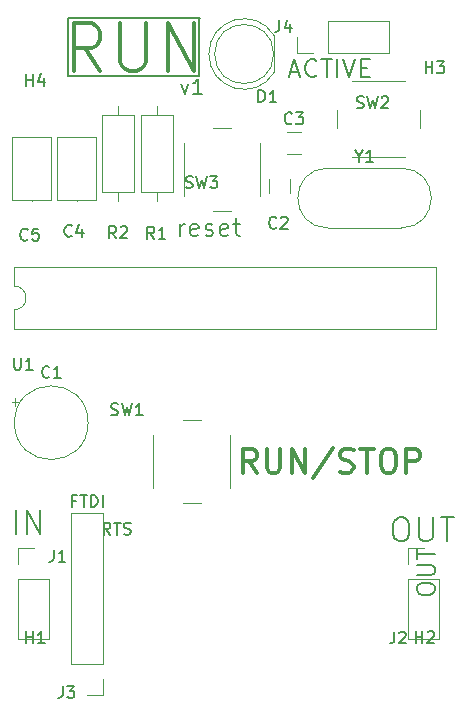
<source format=gto>
G04 #@! TF.GenerationSoftware,KiCad,Pcbnew,5.0.0-fee4fd1~66~ubuntu14.04.1*
G04 #@! TF.CreationDate,2018-10-15T15:44:16-07:00*
G04 #@! TF.ProjectId,run,72756E2E6B696361645F706362000000,rev?*
G04 #@! TF.SameCoordinates,Original*
G04 #@! TF.FileFunction,Legend,Top*
G04 #@! TF.FilePolarity,Positive*
%FSLAX46Y46*%
G04 Gerber Fmt 4.6, Leading zero omitted, Abs format (unit mm)*
G04 Created by KiCad (PCBNEW 5.0.0-fee4fd1~66~ubuntu14.04.1) date Mon Oct 15 15:44:16 2018*
%MOMM*%
%LPD*%
G01*
G04 APERTURE LIST*
%ADD10C,0.300000*%
%ADD11C,0.200000*%
%ADD12C,0.150000*%
%ADD13C,0.120000*%
G04 APERTURE END LIST*
D10*
X145149085Y-104054161D02*
X144482419Y-103101780D01*
X144006228Y-104054161D02*
X144006228Y-102054161D01*
X144768133Y-102054161D01*
X144958609Y-102149400D01*
X145053847Y-102244638D01*
X145149085Y-102435114D01*
X145149085Y-102720828D01*
X145053847Y-102911304D01*
X144958609Y-103006542D01*
X144768133Y-103101780D01*
X144006228Y-103101780D01*
X146006228Y-102054161D02*
X146006228Y-103673209D01*
X146101466Y-103863685D01*
X146196704Y-103958923D01*
X146387180Y-104054161D01*
X146768133Y-104054161D01*
X146958609Y-103958923D01*
X147053847Y-103863685D01*
X147149085Y-103673209D01*
X147149085Y-102054161D01*
X148101466Y-104054161D02*
X148101466Y-102054161D01*
X149244323Y-104054161D01*
X149244323Y-102054161D01*
X151625276Y-101958923D02*
X149910990Y-104530352D01*
X152196704Y-103958923D02*
X152482419Y-104054161D01*
X152958609Y-104054161D01*
X153149085Y-103958923D01*
X153244323Y-103863685D01*
X153339561Y-103673209D01*
X153339561Y-103482733D01*
X153244323Y-103292257D01*
X153149085Y-103197019D01*
X152958609Y-103101780D01*
X152577657Y-103006542D01*
X152387180Y-102911304D01*
X152291942Y-102816066D01*
X152196704Y-102625590D01*
X152196704Y-102435114D01*
X152291942Y-102244638D01*
X152387180Y-102149400D01*
X152577657Y-102054161D01*
X153053847Y-102054161D01*
X153339561Y-102149400D01*
X153910990Y-102054161D02*
X155053847Y-102054161D01*
X154482419Y-104054161D02*
X154482419Y-102054161D01*
X156101466Y-102054161D02*
X156482419Y-102054161D01*
X156672895Y-102149400D01*
X156863371Y-102339876D01*
X156958609Y-102720828D01*
X156958609Y-103387495D01*
X156863371Y-103768447D01*
X156672895Y-103958923D01*
X156482419Y-104054161D01*
X156101466Y-104054161D01*
X155910990Y-103958923D01*
X155720514Y-103768447D01*
X155625276Y-103387495D01*
X155625276Y-102720828D01*
X155720514Y-102339876D01*
X155910990Y-102149400D01*
X156101466Y-102054161D01*
X157815752Y-104054161D02*
X157815752Y-102054161D01*
X158577657Y-102054161D01*
X158768133Y-102149400D01*
X158863371Y-102244638D01*
X158958609Y-102435114D01*
X158958609Y-102720828D01*
X158863371Y-102911304D01*
X158768133Y-103006542D01*
X158577657Y-103101780D01*
X157815752Y-103101780D01*
D11*
X157181800Y-107845361D02*
X157562752Y-107845361D01*
X157753228Y-107940600D01*
X157943704Y-108131076D01*
X158038942Y-108512028D01*
X158038942Y-109178695D01*
X157943704Y-109559647D01*
X157753228Y-109750123D01*
X157562752Y-109845361D01*
X157181800Y-109845361D01*
X156991323Y-109750123D01*
X156800847Y-109559647D01*
X156705609Y-109178695D01*
X156705609Y-108512028D01*
X156800847Y-108131076D01*
X156991323Y-107940600D01*
X157181800Y-107845361D01*
X158896085Y-107845361D02*
X158896085Y-109464409D01*
X158991323Y-109654885D01*
X159086561Y-109750123D01*
X159277038Y-109845361D01*
X159657990Y-109845361D01*
X159848466Y-109750123D01*
X159943704Y-109654885D01*
X160038942Y-109464409D01*
X160038942Y-107845361D01*
X160705609Y-107845361D02*
X161848466Y-107845361D01*
X161277038Y-109845361D02*
X161277038Y-107845361D01*
D12*
X138720628Y-71146228D02*
X139030152Y-72012895D01*
X139339676Y-71146228D01*
X140515866Y-72012895D02*
X139773009Y-72012895D01*
X140144438Y-72012895D02*
X140144438Y-70712895D01*
X140020628Y-70898609D01*
X139896819Y-71022419D01*
X139773009Y-71084323D01*
X158690571Y-114022000D02*
X158690571Y-113736285D01*
X158762000Y-113593428D01*
X158904857Y-113450571D01*
X159190571Y-113379142D01*
X159690571Y-113379142D01*
X159976285Y-113450571D01*
X160119142Y-113593428D01*
X160190571Y-113736285D01*
X160190571Y-114022000D01*
X160119142Y-114164857D01*
X159976285Y-114307714D01*
X159690571Y-114379142D01*
X159190571Y-114379142D01*
X158904857Y-114307714D01*
X158762000Y-114164857D01*
X158690571Y-114022000D01*
X158690571Y-112736285D02*
X159904857Y-112736285D01*
X160047714Y-112664857D01*
X160119142Y-112593428D01*
X160190571Y-112450571D01*
X160190571Y-112164857D01*
X160119142Y-112022000D01*
X160047714Y-111950571D01*
X159904857Y-111879142D01*
X158690571Y-111879142D01*
X158690571Y-111379142D02*
X158690571Y-110522000D01*
X160190571Y-110950571D02*
X158690571Y-110950571D01*
X132751580Y-109291380D02*
X132418247Y-108815190D01*
X132180152Y-109291380D02*
X132180152Y-108291380D01*
X132561104Y-108291380D01*
X132656342Y-108339000D01*
X132703961Y-108386619D01*
X132751580Y-108481857D01*
X132751580Y-108624714D01*
X132703961Y-108719952D01*
X132656342Y-108767571D01*
X132561104Y-108815190D01*
X132180152Y-108815190D01*
X133037295Y-108291380D02*
X133608723Y-108291380D01*
X133323009Y-109291380D02*
X133323009Y-108291380D01*
X133894438Y-109243761D02*
X134037295Y-109291380D01*
X134275390Y-109291380D01*
X134370628Y-109243761D01*
X134418247Y-109196142D01*
X134465866Y-109100904D01*
X134465866Y-109005666D01*
X134418247Y-108910428D01*
X134370628Y-108862809D01*
X134275390Y-108815190D01*
X134084914Y-108767571D01*
X133989676Y-108719952D01*
X133942057Y-108672333D01*
X133894438Y-108577095D01*
X133894438Y-108481857D01*
X133942057Y-108386619D01*
X133989676Y-108339000D01*
X134084914Y-108291380D01*
X134323009Y-108291380D01*
X134465866Y-108339000D01*
D11*
X124733180Y-109235761D02*
X124733180Y-107235761D01*
X125685561Y-109235761D02*
X125685561Y-107235761D01*
X126828419Y-109235761D01*
X126828419Y-107235761D01*
D12*
X147976057Y-70125400D02*
X148690342Y-70125400D01*
X147833200Y-70553971D02*
X148333200Y-69053971D01*
X148833200Y-70553971D01*
X150190342Y-70411114D02*
X150118914Y-70482542D01*
X149904628Y-70553971D01*
X149761771Y-70553971D01*
X149547485Y-70482542D01*
X149404628Y-70339685D01*
X149333200Y-70196828D01*
X149261771Y-69911114D01*
X149261771Y-69696828D01*
X149333200Y-69411114D01*
X149404628Y-69268257D01*
X149547485Y-69125400D01*
X149761771Y-69053971D01*
X149904628Y-69053971D01*
X150118914Y-69125400D01*
X150190342Y-69196828D01*
X150618914Y-69053971D02*
X151476057Y-69053971D01*
X151047485Y-70553971D02*
X151047485Y-69053971D01*
X151976057Y-70553971D02*
X151976057Y-69053971D01*
X152476057Y-69053971D02*
X152976057Y-70553971D01*
X153476057Y-69053971D01*
X153976057Y-69768257D02*
X154476057Y-69768257D01*
X154690342Y-70553971D02*
X153976057Y-70553971D01*
X153976057Y-69053971D01*
X154690342Y-69053971D01*
X138668428Y-84015971D02*
X138668428Y-83015971D01*
X138668428Y-83301685D02*
X138739857Y-83158828D01*
X138811285Y-83087400D01*
X138954142Y-83015971D01*
X139097000Y-83015971D01*
X140168428Y-83944542D02*
X140025571Y-84015971D01*
X139739857Y-84015971D01*
X139597000Y-83944542D01*
X139525571Y-83801685D01*
X139525571Y-83230257D01*
X139597000Y-83087400D01*
X139739857Y-83015971D01*
X140025571Y-83015971D01*
X140168428Y-83087400D01*
X140239857Y-83230257D01*
X140239857Y-83373114D01*
X139525571Y-83515971D01*
X140811285Y-83944542D02*
X140954142Y-84015971D01*
X141239857Y-84015971D01*
X141382714Y-83944542D01*
X141454142Y-83801685D01*
X141454142Y-83730257D01*
X141382714Y-83587400D01*
X141239857Y-83515971D01*
X141025571Y-83515971D01*
X140882714Y-83444542D01*
X140811285Y-83301685D01*
X140811285Y-83230257D01*
X140882714Y-83087400D01*
X141025571Y-83015971D01*
X141239857Y-83015971D01*
X141382714Y-83087400D01*
X142668428Y-83944542D02*
X142525571Y-84015971D01*
X142239857Y-84015971D01*
X142097000Y-83944542D01*
X142025571Y-83801685D01*
X142025571Y-83230257D01*
X142097000Y-83087400D01*
X142239857Y-83015971D01*
X142525571Y-83015971D01*
X142668428Y-83087400D01*
X142739857Y-83230257D01*
X142739857Y-83373114D01*
X142025571Y-83515971D01*
X143168428Y-83015971D02*
X143739857Y-83015971D01*
X143382714Y-82515971D02*
X143382714Y-83801685D01*
X143454142Y-83944542D01*
X143597000Y-84015971D01*
X143739857Y-84015971D01*
D11*
X129184400Y-70485000D02*
X129184400Y-65557400D01*
X140258800Y-70485000D02*
X129184400Y-70485000D01*
X140284200Y-65532000D02*
X140284200Y-70459600D01*
X129184400Y-65557400D02*
X140309600Y-65557400D01*
D10*
X131905333Y-70008523D02*
X130622000Y-68103761D01*
X129705333Y-70008523D02*
X129705333Y-66008523D01*
X131172000Y-66008523D01*
X131538666Y-66199000D01*
X131722000Y-66389476D01*
X131905333Y-66770428D01*
X131905333Y-67341857D01*
X131722000Y-67722809D01*
X131538666Y-67913285D01*
X131172000Y-68103761D01*
X129705333Y-68103761D01*
X133555333Y-66008523D02*
X133555333Y-69246619D01*
X133738666Y-69627571D01*
X133922000Y-69818047D01*
X134288666Y-70008523D01*
X135022000Y-70008523D01*
X135388666Y-69818047D01*
X135572000Y-69627571D01*
X135755333Y-69246619D01*
X135755333Y-66008523D01*
X137588666Y-70008523D02*
X137588666Y-66008523D01*
X139788666Y-70008523D01*
X139788666Y-66008523D01*
D13*
G04 #@! TO.C,U1*
X124603200Y-88255600D02*
G75*
G02X124603200Y-90255600I0J-1000000D01*
G01*
X124603200Y-90255600D02*
X124603200Y-91905600D01*
X124603200Y-91905600D02*
X160283200Y-91905600D01*
X160283200Y-91905600D02*
X160283200Y-86605600D01*
X160283200Y-86605600D02*
X124603200Y-86605600D01*
X124603200Y-86605600D02*
X124603200Y-88255600D01*
G04 #@! TO.C,J3*
X132114600Y-107483600D02*
X129454600Y-107483600D01*
X132114600Y-120243600D02*
X132114600Y-107483600D01*
X129454600Y-120243600D02*
X129454600Y-107483600D01*
X132114600Y-120243600D02*
X129454600Y-120243600D01*
X132114600Y-121513600D02*
X132114600Y-122843600D01*
X132114600Y-122843600D02*
X130784600Y-122843600D01*
G04 #@! TO.C,C1*
X130862000Y-99822000D02*
G75*
G03X130862000Y-99822000I-3120000J0D01*
G01*
X124402251Y-98067000D02*
X125002251Y-98067000D01*
X124702251Y-97767000D02*
X124702251Y-98367000D01*
G04 #@! TO.C,C2*
X146146000Y-79157800D02*
X146146000Y-80415800D01*
X147986000Y-79157800D02*
X147986000Y-80415800D01*
G04 #@! TO.C,C3*
X147661600Y-75229200D02*
X148919600Y-75229200D01*
X147661600Y-77069200D02*
X148919600Y-77069200D01*
G04 #@! TO.C,C4*
X129895600Y-75607400D02*
X129895600Y-75647400D01*
X129895600Y-81027400D02*
X129895600Y-80987400D01*
X128225600Y-75647400D02*
X128225600Y-80987400D01*
X131565600Y-75647400D02*
X128225600Y-75647400D01*
X131565600Y-80987400D02*
X131565600Y-75647400D01*
X128225600Y-80987400D02*
X131565600Y-80987400D01*
G04 #@! TO.C,C5*
X127755600Y-75654400D02*
X124415600Y-75654400D01*
X124415600Y-75654400D02*
X124415600Y-80994400D01*
X124415600Y-80994400D02*
X127755600Y-80994400D01*
X127755600Y-80994400D02*
X127755600Y-75654400D01*
X126085600Y-75614400D02*
X126085600Y-75654400D01*
X126085600Y-81034400D02*
X126085600Y-80994400D01*
G04 #@! TO.C,D1*
X141078800Y-68604938D02*
G75*
G03X146628800Y-70150230I2990000J-462D01*
G01*
X141078800Y-68605862D02*
G75*
G02X146628800Y-67060570I2990000J462D01*
G01*
X146568800Y-68605400D02*
G75*
G03X146568800Y-68605400I-2500000J0D01*
G01*
X146628800Y-70150400D02*
X146628800Y-67060400D01*
G04 #@! TO.C,J1*
X124908000Y-110430000D02*
X126238000Y-110430000D01*
X124908000Y-111760000D02*
X124908000Y-110430000D01*
X124908000Y-113030000D02*
X127568000Y-113030000D01*
X127568000Y-113030000D02*
X127568000Y-118170000D01*
X124908000Y-113030000D02*
X124908000Y-118170000D01*
X124908000Y-118170000D02*
X127568000Y-118170000D01*
G04 #@! TO.C,J2*
X157928000Y-118170000D02*
X160588000Y-118170000D01*
X157928000Y-113030000D02*
X157928000Y-118170000D01*
X160588000Y-113030000D02*
X160588000Y-118170000D01*
X157928000Y-113030000D02*
X160588000Y-113030000D01*
X157928000Y-111760000D02*
X157928000Y-110430000D01*
X157928000Y-110430000D02*
X159258000Y-110430000D01*
G04 #@! TO.C,J4*
X156320800Y-68513000D02*
X156320800Y-65853000D01*
X151180800Y-68513000D02*
X156320800Y-68513000D01*
X151180800Y-65853000D02*
X156320800Y-65853000D01*
X151180800Y-68513000D02*
X151180800Y-65853000D01*
X149910800Y-68513000D02*
X148580800Y-68513000D01*
X148580800Y-68513000D02*
X148580800Y-67183000D01*
G04 #@! TO.C,R1*
X138047400Y-73742800D02*
X135307400Y-73742800D01*
X135307400Y-73742800D02*
X135307400Y-80282800D01*
X135307400Y-80282800D02*
X138047400Y-80282800D01*
X138047400Y-80282800D02*
X138047400Y-73742800D01*
X136677400Y-72972800D02*
X136677400Y-73742800D01*
X136677400Y-81052800D02*
X136677400Y-80282800D01*
G04 #@! TO.C,R2*
X133400800Y-72972800D02*
X133400800Y-73742800D01*
X133400800Y-81052800D02*
X133400800Y-80282800D01*
X132030800Y-73742800D02*
X132030800Y-80282800D01*
X134770800Y-73742800D02*
X132030800Y-73742800D01*
X134770800Y-80282800D02*
X134770800Y-73742800D01*
X132030800Y-80282800D02*
X134770800Y-80282800D01*
G04 #@! TO.C,SW2*
X153196800Y-77356600D02*
X157696800Y-77356600D01*
X151946800Y-73356600D02*
X151946800Y-74856600D01*
X157696800Y-70856600D02*
X153196800Y-70856600D01*
X158946800Y-74856600D02*
X158946800Y-73356600D01*
G04 #@! TO.C,SW3*
X142954000Y-74885600D02*
X141454000Y-74885600D01*
X138954000Y-76135600D02*
X138954000Y-80635600D01*
X141454000Y-81885600D02*
X142954000Y-81885600D01*
X145454000Y-80635600D02*
X145454000Y-76135600D01*
G04 #@! TO.C,Y1*
X151140800Y-78272400D02*
X157390800Y-78272400D01*
X151140800Y-83322400D02*
X157390800Y-83322400D01*
X151140800Y-83322400D02*
G75*
G02X151140800Y-78272400I0J2525000D01*
G01*
X157390800Y-83322400D02*
G75*
G03X157390800Y-78272400I0J2525000D01*
G01*
G04 #@! TO.C,SW1*
X138884400Y-106597400D02*
X140384400Y-106597400D01*
X142884400Y-105347400D02*
X142884400Y-100847400D01*
X140384400Y-99597400D02*
X138884400Y-99597400D01*
X136384400Y-100847400D02*
X136384400Y-105347400D01*
G04 #@! TO.C,U1*
D12*
X124587095Y-94321380D02*
X124587095Y-95130904D01*
X124634714Y-95226142D01*
X124682333Y-95273761D01*
X124777571Y-95321380D01*
X124968047Y-95321380D01*
X125063285Y-95273761D01*
X125110904Y-95226142D01*
X125158523Y-95130904D01*
X125158523Y-94321380D01*
X126158523Y-95321380D02*
X125587095Y-95321380D01*
X125872809Y-95321380D02*
X125872809Y-94321380D01*
X125777571Y-94464238D01*
X125682333Y-94559476D01*
X125587095Y-94607095D01*
G04 #@! TO.C,J3*
X128698666Y-122134380D02*
X128698666Y-122848666D01*
X128651047Y-122991523D01*
X128555809Y-123086761D01*
X128412952Y-123134380D01*
X128317714Y-123134380D01*
X129079619Y-122134380D02*
X129698666Y-122134380D01*
X129365333Y-122515333D01*
X129508190Y-122515333D01*
X129603428Y-122562952D01*
X129651047Y-122610571D01*
X129698666Y-122705809D01*
X129698666Y-122943904D01*
X129651047Y-123039142D01*
X129603428Y-123086761D01*
X129508190Y-123134380D01*
X129222476Y-123134380D01*
X129127238Y-123086761D01*
X129079619Y-123039142D01*
X129808409Y-106412171D02*
X129475076Y-106412171D01*
X129475076Y-106935980D02*
X129475076Y-105935980D01*
X129951266Y-105935980D01*
X130189361Y-105935980D02*
X130760790Y-105935980D01*
X130475076Y-106935980D02*
X130475076Y-105935980D01*
X131094123Y-106935980D02*
X131094123Y-105935980D01*
X131332219Y-105935980D01*
X131475076Y-105983600D01*
X131570314Y-106078838D01*
X131617933Y-106174076D01*
X131665552Y-106364552D01*
X131665552Y-106507409D01*
X131617933Y-106697885D01*
X131570314Y-106793123D01*
X131475076Y-106888361D01*
X131332219Y-106935980D01*
X131094123Y-106935980D01*
X132094123Y-106935980D02*
X132094123Y-105935980D01*
G04 #@! TO.C,C1*
X127575333Y-95929142D02*
X127527714Y-95976761D01*
X127384857Y-96024380D01*
X127289619Y-96024380D01*
X127146761Y-95976761D01*
X127051523Y-95881523D01*
X127003904Y-95786285D01*
X126956285Y-95595809D01*
X126956285Y-95452952D01*
X127003904Y-95262476D01*
X127051523Y-95167238D01*
X127146761Y-95072000D01*
X127289619Y-95024380D01*
X127384857Y-95024380D01*
X127527714Y-95072000D01*
X127575333Y-95119619D01*
X128527714Y-96024380D02*
X127956285Y-96024380D01*
X128242000Y-96024380D02*
X128242000Y-95024380D01*
X128146761Y-95167238D01*
X128051523Y-95262476D01*
X127956285Y-95310095D01*
G04 #@! TO.C,C2*
X146797733Y-83288142D02*
X146750114Y-83335761D01*
X146607257Y-83383380D01*
X146512019Y-83383380D01*
X146369161Y-83335761D01*
X146273923Y-83240523D01*
X146226304Y-83145285D01*
X146178685Y-82954809D01*
X146178685Y-82811952D01*
X146226304Y-82621476D01*
X146273923Y-82526238D01*
X146369161Y-82431000D01*
X146512019Y-82383380D01*
X146607257Y-82383380D01*
X146750114Y-82431000D01*
X146797733Y-82478619D01*
X147178685Y-82478619D02*
X147226304Y-82431000D01*
X147321542Y-82383380D01*
X147559638Y-82383380D01*
X147654876Y-82431000D01*
X147702495Y-82478619D01*
X147750114Y-82573857D01*
X147750114Y-82669095D01*
X147702495Y-82811952D01*
X147131066Y-83383380D01*
X147750114Y-83383380D01*
G04 #@! TO.C,C3*
X148123933Y-74456342D02*
X148076314Y-74503961D01*
X147933457Y-74551580D01*
X147838219Y-74551580D01*
X147695361Y-74503961D01*
X147600123Y-74408723D01*
X147552504Y-74313485D01*
X147504885Y-74123009D01*
X147504885Y-73980152D01*
X147552504Y-73789676D01*
X147600123Y-73694438D01*
X147695361Y-73599200D01*
X147838219Y-73551580D01*
X147933457Y-73551580D01*
X148076314Y-73599200D01*
X148123933Y-73646819D01*
X148457266Y-73551580D02*
X149076314Y-73551580D01*
X148742980Y-73932533D01*
X148885838Y-73932533D01*
X148981076Y-73980152D01*
X149028695Y-74027771D01*
X149076314Y-74123009D01*
X149076314Y-74361104D01*
X149028695Y-74456342D01*
X148981076Y-74503961D01*
X148885838Y-74551580D01*
X148600123Y-74551580D01*
X148504885Y-74503961D01*
X148457266Y-74456342D01*
G04 #@! TO.C,C4*
X129474933Y-83973942D02*
X129427314Y-84021561D01*
X129284457Y-84069180D01*
X129189219Y-84069180D01*
X129046361Y-84021561D01*
X128951123Y-83926323D01*
X128903504Y-83831085D01*
X128855885Y-83640609D01*
X128855885Y-83497752D01*
X128903504Y-83307276D01*
X128951123Y-83212038D01*
X129046361Y-83116800D01*
X129189219Y-83069180D01*
X129284457Y-83069180D01*
X129427314Y-83116800D01*
X129474933Y-83164419D01*
X130332076Y-83402514D02*
X130332076Y-84069180D01*
X130093980Y-83021561D02*
X129855885Y-83735847D01*
X130474933Y-83735847D01*
G04 #@! TO.C,C5*
X125741133Y-84304142D02*
X125693514Y-84351761D01*
X125550657Y-84399380D01*
X125455419Y-84399380D01*
X125312561Y-84351761D01*
X125217323Y-84256523D01*
X125169704Y-84161285D01*
X125122085Y-83970809D01*
X125122085Y-83827952D01*
X125169704Y-83637476D01*
X125217323Y-83542238D01*
X125312561Y-83447000D01*
X125455419Y-83399380D01*
X125550657Y-83399380D01*
X125693514Y-83447000D01*
X125741133Y-83494619D01*
X126645895Y-83399380D02*
X126169704Y-83399380D01*
X126122085Y-83875571D01*
X126169704Y-83827952D01*
X126264942Y-83780333D01*
X126503038Y-83780333D01*
X126598276Y-83827952D01*
X126645895Y-83875571D01*
X126693514Y-83970809D01*
X126693514Y-84208904D01*
X126645895Y-84304142D01*
X126598276Y-84351761D01*
X126503038Y-84399380D01*
X126264942Y-84399380D01*
X126169704Y-84351761D01*
X126122085Y-84304142D01*
G04 #@! TO.C,D1*
X145286504Y-72664580D02*
X145286504Y-71664580D01*
X145524600Y-71664580D01*
X145667457Y-71712200D01*
X145762695Y-71807438D01*
X145810314Y-71902676D01*
X145857933Y-72093152D01*
X145857933Y-72236009D01*
X145810314Y-72426485D01*
X145762695Y-72521723D01*
X145667457Y-72616961D01*
X145524600Y-72664580D01*
X145286504Y-72664580D01*
X146810314Y-72664580D02*
X146238885Y-72664580D01*
X146524600Y-72664580D02*
X146524600Y-71664580D01*
X146429361Y-71807438D01*
X146334123Y-71902676D01*
X146238885Y-71950295D01*
G04 #@! TO.C,J1*
X127936666Y-110602780D02*
X127936666Y-111317066D01*
X127889047Y-111459923D01*
X127793809Y-111555161D01*
X127650952Y-111602780D01*
X127555714Y-111602780D01*
X128936666Y-111602780D02*
X128365238Y-111602780D01*
X128650952Y-111602780D02*
X128650952Y-110602780D01*
X128555714Y-110745638D01*
X128460476Y-110840876D01*
X128365238Y-110888495D01*
G04 #@! TO.C,J2*
X156765666Y-117511580D02*
X156765666Y-118225866D01*
X156718047Y-118368723D01*
X156622809Y-118463961D01*
X156479952Y-118511580D01*
X156384714Y-118511580D01*
X157194238Y-117606819D02*
X157241857Y-117559200D01*
X157337095Y-117511580D01*
X157575190Y-117511580D01*
X157670428Y-117559200D01*
X157718047Y-117606819D01*
X157765666Y-117702057D01*
X157765666Y-117797295D01*
X157718047Y-117940152D01*
X157146619Y-118511580D01*
X157765666Y-118511580D01*
G04 #@! TO.C,J4*
X147062866Y-65746380D02*
X147062866Y-66460666D01*
X147015247Y-66603523D01*
X146920009Y-66698761D01*
X146777152Y-66746380D01*
X146681914Y-66746380D01*
X147967628Y-66079714D02*
X147967628Y-66746380D01*
X147729533Y-65698761D02*
X147491438Y-66413047D01*
X148110485Y-66413047D01*
G04 #@! TO.C,R1*
X136459933Y-84246980D02*
X136126600Y-83770790D01*
X135888504Y-84246980D02*
X135888504Y-83246980D01*
X136269457Y-83246980D01*
X136364695Y-83294600D01*
X136412314Y-83342219D01*
X136459933Y-83437457D01*
X136459933Y-83580314D01*
X136412314Y-83675552D01*
X136364695Y-83723171D01*
X136269457Y-83770790D01*
X135888504Y-83770790D01*
X137412314Y-84246980D02*
X136840885Y-84246980D01*
X137126600Y-84246980D02*
X137126600Y-83246980D01*
X137031361Y-83389838D01*
X136936123Y-83485076D01*
X136840885Y-83532695D01*
G04 #@! TO.C,R2*
X133234133Y-84196180D02*
X132900800Y-83719990D01*
X132662704Y-84196180D02*
X132662704Y-83196180D01*
X133043657Y-83196180D01*
X133138895Y-83243800D01*
X133186514Y-83291419D01*
X133234133Y-83386657D01*
X133234133Y-83529514D01*
X133186514Y-83624752D01*
X133138895Y-83672371D01*
X133043657Y-83719990D01*
X132662704Y-83719990D01*
X133615085Y-83291419D02*
X133662704Y-83243800D01*
X133757942Y-83196180D01*
X133996038Y-83196180D01*
X134091276Y-83243800D01*
X134138895Y-83291419D01*
X134186514Y-83386657D01*
X134186514Y-83481895D01*
X134138895Y-83624752D01*
X133567466Y-84196180D01*
X134186514Y-84196180D01*
G04 #@! TO.C,SW2*
X153606666Y-73150361D02*
X153749523Y-73197980D01*
X153987619Y-73197980D01*
X154082857Y-73150361D01*
X154130476Y-73102742D01*
X154178095Y-73007504D01*
X154178095Y-72912266D01*
X154130476Y-72817028D01*
X154082857Y-72769409D01*
X153987619Y-72721790D01*
X153797142Y-72674171D01*
X153701904Y-72626552D01*
X153654285Y-72578933D01*
X153606666Y-72483695D01*
X153606666Y-72388457D01*
X153654285Y-72293219D01*
X153701904Y-72245600D01*
X153797142Y-72197980D01*
X154035238Y-72197980D01*
X154178095Y-72245600D01*
X154511428Y-72197980D02*
X154749523Y-73197980D01*
X154940000Y-72483695D01*
X155130476Y-73197980D01*
X155368571Y-72197980D01*
X155701904Y-72293219D02*
X155749523Y-72245600D01*
X155844761Y-72197980D01*
X156082857Y-72197980D01*
X156178095Y-72245600D01*
X156225714Y-72293219D01*
X156273333Y-72388457D01*
X156273333Y-72483695D01*
X156225714Y-72626552D01*
X155654285Y-73197980D01*
X156273333Y-73197980D01*
G04 #@! TO.C,SW3*
X139128666Y-79906761D02*
X139271523Y-79954380D01*
X139509619Y-79954380D01*
X139604857Y-79906761D01*
X139652476Y-79859142D01*
X139700095Y-79763904D01*
X139700095Y-79668666D01*
X139652476Y-79573428D01*
X139604857Y-79525809D01*
X139509619Y-79478190D01*
X139319142Y-79430571D01*
X139223904Y-79382952D01*
X139176285Y-79335333D01*
X139128666Y-79240095D01*
X139128666Y-79144857D01*
X139176285Y-79049619D01*
X139223904Y-79002000D01*
X139319142Y-78954380D01*
X139557238Y-78954380D01*
X139700095Y-79002000D01*
X140033428Y-78954380D02*
X140271523Y-79954380D01*
X140462000Y-79240095D01*
X140652476Y-79954380D01*
X140890571Y-78954380D01*
X141176285Y-78954380D02*
X141795333Y-78954380D01*
X141462000Y-79335333D01*
X141604857Y-79335333D01*
X141700095Y-79382952D01*
X141747714Y-79430571D01*
X141795333Y-79525809D01*
X141795333Y-79763904D01*
X141747714Y-79859142D01*
X141700095Y-79906761D01*
X141604857Y-79954380D01*
X141319142Y-79954380D01*
X141223904Y-79906761D01*
X141176285Y-79859142D01*
G04 #@! TO.C,Y1*
X153789609Y-77248590D02*
X153789609Y-77724780D01*
X153456276Y-76724780D02*
X153789609Y-77248590D01*
X154122942Y-76724780D01*
X154980085Y-77724780D02*
X154408657Y-77724780D01*
X154694371Y-77724780D02*
X154694371Y-76724780D01*
X154599133Y-76867638D01*
X154503895Y-76962876D01*
X154408657Y-77010495D01*
G04 #@! TO.C,H1*
X125603095Y-118486580D02*
X125603095Y-117486580D01*
X125603095Y-117962771D02*
X126174523Y-117962771D01*
X126174523Y-118486580D02*
X126174523Y-117486580D01*
X127174523Y-118486580D02*
X126603095Y-118486580D01*
X126888809Y-118486580D02*
X126888809Y-117486580D01*
X126793571Y-117629438D01*
X126698333Y-117724676D01*
X126603095Y-117772295D01*
G04 #@! TO.C,H2*
X158597695Y-118461180D02*
X158597695Y-117461180D01*
X158597695Y-117937371D02*
X159169123Y-117937371D01*
X159169123Y-118461180D02*
X159169123Y-117461180D01*
X159597695Y-117556419D02*
X159645314Y-117508800D01*
X159740552Y-117461180D01*
X159978647Y-117461180D01*
X160073885Y-117508800D01*
X160121504Y-117556419D01*
X160169123Y-117651657D01*
X160169123Y-117746895D01*
X160121504Y-117889752D01*
X159550076Y-118461180D01*
X160169123Y-118461180D01*
G04 #@! TO.C,H3*
X159435895Y-70226180D02*
X159435895Y-69226180D01*
X159435895Y-69702371D02*
X160007323Y-69702371D01*
X160007323Y-70226180D02*
X160007323Y-69226180D01*
X160388276Y-69226180D02*
X161007323Y-69226180D01*
X160673990Y-69607133D01*
X160816847Y-69607133D01*
X160912085Y-69654752D01*
X160959704Y-69702371D01*
X161007323Y-69797609D01*
X161007323Y-70035704D01*
X160959704Y-70130942D01*
X160912085Y-70178561D01*
X160816847Y-70226180D01*
X160531133Y-70226180D01*
X160435895Y-70178561D01*
X160388276Y-70130942D01*
G04 #@! TO.C,H4*
X125628495Y-71292980D02*
X125628495Y-70292980D01*
X125628495Y-70769171D02*
X126199923Y-70769171D01*
X126199923Y-71292980D02*
X126199923Y-70292980D01*
X127104685Y-70626314D02*
X127104685Y-71292980D01*
X126866590Y-70245361D02*
X126628495Y-70959647D01*
X127247542Y-70959647D01*
G04 #@! TO.C,SW1*
X132804066Y-99134561D02*
X132946923Y-99182180D01*
X133185019Y-99182180D01*
X133280257Y-99134561D01*
X133327876Y-99086942D01*
X133375495Y-98991704D01*
X133375495Y-98896466D01*
X133327876Y-98801228D01*
X133280257Y-98753609D01*
X133185019Y-98705990D01*
X132994542Y-98658371D01*
X132899304Y-98610752D01*
X132851685Y-98563133D01*
X132804066Y-98467895D01*
X132804066Y-98372657D01*
X132851685Y-98277419D01*
X132899304Y-98229800D01*
X132994542Y-98182180D01*
X133232638Y-98182180D01*
X133375495Y-98229800D01*
X133708828Y-98182180D02*
X133946923Y-99182180D01*
X134137400Y-98467895D01*
X134327876Y-99182180D01*
X134565971Y-98182180D01*
X135470733Y-99182180D02*
X134899304Y-99182180D01*
X135185019Y-99182180D02*
X135185019Y-98182180D01*
X135089780Y-98325038D01*
X134994542Y-98420276D01*
X134899304Y-98467895D01*
G04 #@! TD*
M02*

</source>
